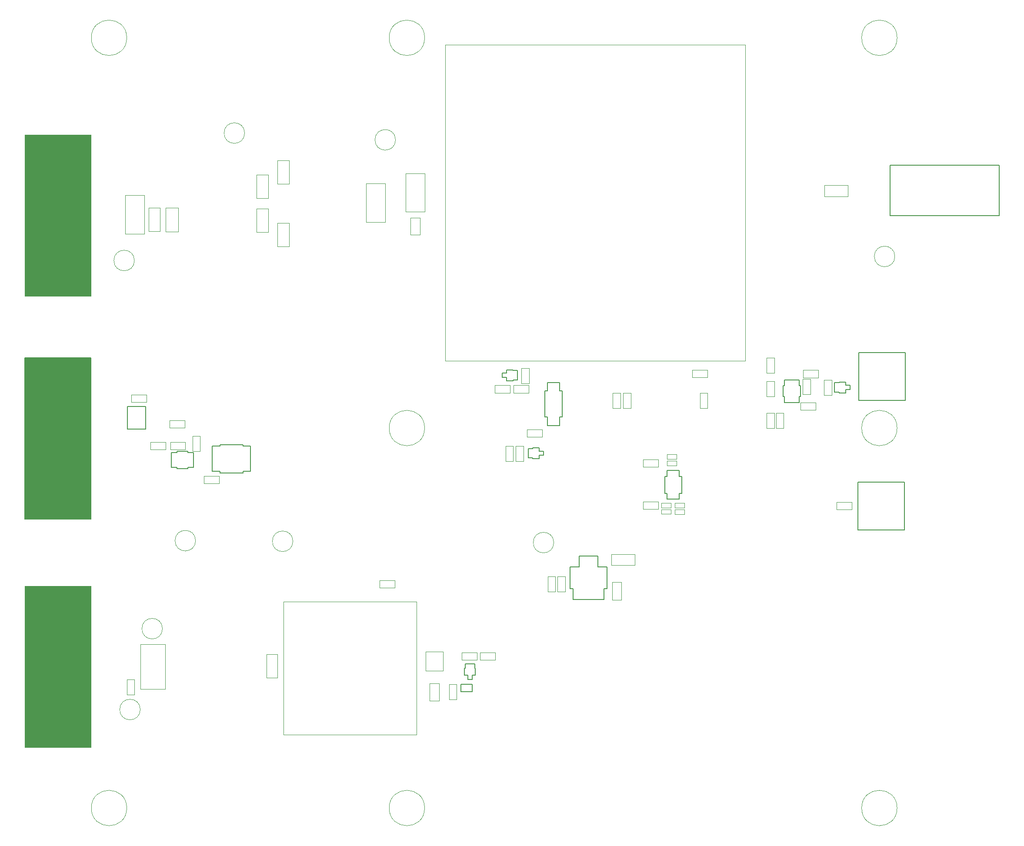
<source format=gbr>
%TF.GenerationSoftware,KiCad,Pcbnew,9.0.3*%
%TF.CreationDate,2025-09-16T14:49:37-04:00*%
%TF.ProjectId,9_TOF_PDU,395f544f-465f-4504-9455-2e6b69636164,rev?*%
%TF.SameCoordinates,Original*%
%TF.FileFunction,Other,User*%
%FSLAX46Y46*%
G04 Gerber Fmt 4.6, Leading zero omitted, Abs format (unit mm)*
G04 Created by KiCad (PCBNEW 9.0.3) date 2025-09-16 14:49:37*
%MOMM*%
%LPD*%
G01*
G04 APERTURE LIST*
%ADD10C,0.050000*%
%ADD11C,0.152400*%
%ADD12C,0.100000*%
%ADD13C,0.127000*%
G04 APERTURE END LIST*
D10*
%TO.C,C33*%
X262658000Y-135023500D02*
X265618000Y-135023500D01*
X262658000Y-136483500D02*
X262658000Y-135023500D01*
X265618000Y-135023500D02*
X265618000Y-136483500D01*
X265618000Y-136483500D02*
X262658000Y-136483500D01*
%TO.C,R7*%
X206758000Y-131688500D02*
X209718000Y-131688500D01*
X206758000Y-133148500D02*
X206758000Y-131688500D01*
X209718000Y-131688500D02*
X209718000Y-133148500D01*
X209718000Y-133148500D02*
X206758000Y-133148500D01*
%TO.C,H1*%
X131450000Y-64000000D02*
G75*
G02*
X124550000Y-64000000I-3450000J0D01*
G01*
X124550000Y-64000000D02*
G75*
G02*
X131450000Y-64000000I3450000J0D01*
G01*
%TO.C,C34*%
X226092000Y-133140000D02*
X227552000Y-133140000D01*
X226092000Y-136100000D02*
X226092000Y-133140000D01*
X227552000Y-133140000D02*
X227552000Y-136100000D01*
X227552000Y-136100000D02*
X226092000Y-136100000D01*
%TO.C,+3.3V1*%
X214598000Y-162306000D02*
G75*
G02*
X210598000Y-162306000I-2000000J0D01*
G01*
X210598000Y-162306000D02*
G75*
G02*
X214598000Y-162306000I2000000J0D01*
G01*
%TO.C,H3*%
X189450000Y-64000000D02*
G75*
G02*
X182550000Y-64000000I-3450000J0D01*
G01*
X182550000Y-64000000D02*
G75*
G02*
X189450000Y-64000000I3450000J0D01*
G01*
%TO.C,H2*%
X189450000Y-214000000D02*
G75*
G02*
X182550000Y-214000000I-3450000J0D01*
G01*
X182550000Y-214000000D02*
G75*
G02*
X189450000Y-214000000I3450000J0D01*
G01*
%TO.C,R6*%
X186688000Y-99026000D02*
X188588000Y-99026000D01*
X186688000Y-102386000D02*
X186688000Y-99026000D01*
X188588000Y-99026000D02*
X188588000Y-102386000D01*
X188588000Y-102386000D02*
X186688000Y-102386000D01*
%TO.C,R32*%
X263168001Y-128723500D02*
X266128001Y-128723500D01*
X263168001Y-130183500D02*
X263168001Y-128723500D01*
X266128001Y-128723500D02*
X266128001Y-130183500D01*
X266128001Y-130183500D02*
X263168001Y-130183500D01*
%TO.C,CY2*%
X156698000Y-90668500D02*
X158998000Y-90668500D01*
X156698000Y-95268500D02*
X156698000Y-90668500D01*
X158998000Y-90668500D02*
X158998000Y-95268500D01*
X158998000Y-95268500D02*
X156698000Y-95268500D01*
%TO.C,R35*%
X228124000Y-133140000D02*
X229584000Y-133140000D01*
X228124000Y-136100000D02*
X228124000Y-133140000D01*
X229584000Y-133140000D02*
X229584000Y-136100000D01*
X229584000Y-136100000D02*
X228124000Y-136100000D01*
%TO.C,C32*%
X236663100Y-145138500D02*
X238483100Y-145138500D01*
X236663100Y-146058500D02*
X236663100Y-145138500D01*
X238483100Y-145138500D02*
X238483100Y-146058500D01*
X238483100Y-146058500D02*
X236663100Y-146058500D01*
D11*
%TO.C,M4*%
X269278401Y-131184500D02*
X269278401Y-132992500D01*
X270134000Y-131034500D02*
X270134000Y-131184500D01*
X270134000Y-131034500D02*
X271442000Y-131034500D01*
X270134000Y-131184500D02*
X269278401Y-131184500D01*
X270134000Y-132992500D02*
X269278401Y-132992500D01*
X270134000Y-133142500D02*
X270134000Y-132992500D01*
X271442000Y-131034500D02*
X271442000Y-131684500D01*
X271442000Y-131684500D02*
X272297599Y-131684500D01*
X271442000Y-132492500D02*
X272297599Y-132492500D01*
X271442000Y-133142500D02*
X270134000Y-133142500D01*
X271442000Y-133142500D02*
X271442000Y-132492500D01*
X272297599Y-131684500D02*
X272297599Y-132492500D01*
D10*
%TO.C,+12V_{RTN}1*%
X154400000Y-82550000D02*
G75*
G02*
X150400000Y-82550000I-2000000J0D01*
G01*
X150400000Y-82550000D02*
G75*
G02*
X154400000Y-82550000I2000000J0D01*
G01*
%TO.C,C17*%
X180658000Y-169688500D02*
X183618000Y-169688500D01*
X180658000Y-171148500D02*
X180658000Y-169688500D01*
X183618000Y-169688500D02*
X183618000Y-171148500D01*
X183618000Y-171148500D02*
X180658000Y-171148500D01*
%TO.C,H6*%
X189450000Y-140000000D02*
G75*
G02*
X182550000Y-140000000I-3450000J0D01*
G01*
X182550000Y-140000000D02*
G75*
G02*
X189450000Y-140000000I3450000J0D01*
G01*
D11*
%TO.C,U4*%
X148109600Y-143530100D02*
X149570100Y-143530100D01*
X148109600Y-148406900D02*
X148109600Y-143530100D01*
X148109600Y-148406900D02*
X149570100Y-148406900D01*
X149570100Y-143212600D02*
X154065900Y-143212600D01*
X149570100Y-143530100D02*
X149570100Y-143212600D01*
X149570100Y-148724400D02*
X149570100Y-148406900D01*
X154065900Y-143212600D02*
X154065900Y-143530100D01*
X154065900Y-148406900D02*
X154065900Y-148724400D01*
X154065900Y-148724400D02*
X149570100Y-148724400D01*
X155526400Y-143530100D02*
X154065900Y-143530100D01*
X155526400Y-143530100D02*
X155526400Y-148406900D01*
X155526400Y-148406900D02*
X154065900Y-148406900D01*
D10*
%TO.C,C25*%
X225779000Y-164608500D02*
X230379000Y-164608500D01*
X225779000Y-166708500D02*
X225779000Y-164608500D01*
X230379000Y-164608500D02*
X230379000Y-166708500D01*
X230379000Y-166708500D02*
X225779000Y-166708500D01*
%TO.C,C22*%
X225998000Y-170048500D02*
X227758000Y-170048500D01*
X225998000Y-173448500D02*
X225998000Y-170048500D01*
X227758000Y-170048500D02*
X227758000Y-173448500D01*
X227758000Y-173448500D02*
X225998000Y-173448500D01*
D11*
%TO.C,U6*%
X131560000Y-135834100D02*
X135116000Y-135834100D01*
X131560000Y-140202900D02*
X131560000Y-135834100D01*
X135116000Y-135834100D02*
X135116000Y-140202900D01*
X135116000Y-140202900D02*
X131560000Y-140202900D01*
D10*
%TO.C,H4*%
X281450000Y-214000000D02*
G75*
G02*
X274550000Y-214000000I-3450000J0D01*
G01*
X274550000Y-214000000D02*
G75*
G02*
X281450000Y-214000000I3450000J0D01*
G01*
%TO.C,C13*%
X158658000Y-184073500D02*
X160758000Y-184073500D01*
X158658000Y-188673500D02*
X158658000Y-184073500D01*
X160758000Y-184073500D02*
X160758000Y-188673500D01*
X160758000Y-188673500D02*
X158658000Y-188673500D01*
%TO.C,C28*%
X235583100Y-155828500D02*
X237403100Y-155828500D01*
X235583100Y-156748500D02*
X235583100Y-155828500D01*
X237403100Y-155828500D02*
X237403100Y-156748500D01*
X237403100Y-156748500D02*
X235583100Y-156748500D01*
%TO.C,R14*%
X190388000Y-189738500D02*
X192288000Y-189738500D01*
X190388000Y-193098500D02*
X190388000Y-189738500D01*
X192288000Y-189738500D02*
X192288000Y-193098500D01*
X192288000Y-193098500D02*
X190388000Y-193098500D01*
%TO.C,R26*%
X236663100Y-146368500D02*
X238523100Y-146368500D01*
X236663100Y-147308500D02*
X236663100Y-146368500D01*
X238523100Y-146368500D02*
X238523100Y-147308500D01*
X238523100Y-147308500D02*
X236663100Y-147308500D01*
D11*
%TO.C,U3*%
X140104400Y-144815899D02*
X141211200Y-144815899D01*
X140104400Y-147681099D02*
X140104400Y-144815899D01*
X140104400Y-147681099D02*
X141211200Y-147681099D01*
X141211200Y-144546699D02*
X143344800Y-144546699D01*
X141211200Y-144815899D02*
X141211200Y-144546699D01*
X141211200Y-147950299D02*
X141211200Y-147681099D01*
X143344800Y-144546699D02*
X143344800Y-144815899D01*
X143344800Y-147681099D02*
X143344800Y-147950299D01*
X143344800Y-147950299D02*
X141211200Y-147950299D01*
X144451600Y-144815899D02*
X143344800Y-144815899D01*
X144451600Y-144815899D02*
X144451600Y-147681099D01*
X144451600Y-147681099D02*
X143344800Y-147681099D01*
D10*
%TO.C,R20*%
X139758000Y-138488500D02*
X142718000Y-138488500D01*
X139758000Y-139948500D02*
X139758000Y-138488500D01*
X142718000Y-138488500D02*
X142718000Y-139948500D01*
X142718000Y-139948500D02*
X139758000Y-139948500D01*
%TO.C,D1*%
X189638000Y-183558500D02*
X189638000Y-187278500D01*
X189638000Y-187278500D02*
X193038000Y-187278500D01*
X193038000Y-183558500D02*
X189638000Y-183558500D01*
X193038000Y-187278500D02*
X193038000Y-183558500D01*
%TO.C,C31*%
X238193100Y-154598500D02*
X240013100Y-154598500D01*
X238193100Y-155518500D02*
X238193100Y-154598500D01*
X240013100Y-154598500D02*
X240013100Y-155518500D01*
X240013100Y-155518500D02*
X238193100Y-155518500D01*
%TO.C,V_TELEM_{RTN}1*%
X138398000Y-179070000D02*
G75*
G02*
X134398000Y-179070000I-2000000J0D01*
G01*
X134398000Y-179070000D02*
G75*
G02*
X138398000Y-179070000I2000000J0D01*
G01*
D11*
%TO.C,P1*%
X273841000Y-150506001D02*
X273841000Y-159813999D01*
X273841000Y-159813999D02*
X282899000Y-159813999D01*
X282899000Y-150506001D02*
X273841000Y-150506001D01*
X282899000Y-159813999D02*
X282899000Y-150506001D01*
D10*
%TO.C,V_{EN}1*%
X183780000Y-83870000D02*
G75*
G02*
X179780000Y-83870000I-2000000J0D01*
G01*
X179780000Y-83870000D02*
G75*
G02*
X183780000Y-83870000I2000000J0D01*
G01*
%TO.C,V_TELEM_IN1*%
X134080000Y-194818000D02*
G75*
G02*
X130080000Y-194818000I-2000000J0D01*
G01*
X130080000Y-194818000D02*
G75*
G02*
X134080000Y-194818000I2000000J0D01*
G01*
%TO.C,R11*%
X196705000Y-183700000D02*
X199665000Y-183700000D01*
X196705000Y-185160000D02*
X196705000Y-183700000D01*
X199665000Y-183700000D02*
X199665000Y-185160000D01*
X199665000Y-185160000D02*
X196705000Y-185160000D01*
%TO.C,R17*%
X136098000Y-142738499D02*
X139058000Y-142738499D01*
X136098000Y-144198499D02*
X136098000Y-142738499D01*
X139058000Y-142738499D02*
X139058000Y-144198499D01*
X139058000Y-144198499D02*
X136098000Y-144198499D01*
%TO.C,R2*%
X135718000Y-97138500D02*
X137958000Y-97138500D01*
X135718000Y-101698500D02*
X135718000Y-97138500D01*
X137958000Y-97138500D02*
X137958000Y-101698500D01*
X137958000Y-101698500D02*
X135718000Y-101698500D01*
%TO.C,R30*%
X256078000Y-130853500D02*
X257538000Y-130853500D01*
X256078000Y-133813500D02*
X256078000Y-130853500D01*
X257538000Y-130853500D02*
X257538000Y-133813500D01*
X257538000Y-133813500D02*
X256078000Y-133813500D01*
D12*
%TO.C,J2*%
X124500000Y-202173500D02*
X111580000Y-202173500D01*
X111580000Y-170773500D01*
X124500000Y-170773500D01*
X124500000Y-202173500D01*
G36*
X124500000Y-202173500D02*
G01*
X111580000Y-202173500D01*
X111580000Y-170773500D01*
X124500000Y-170773500D01*
X124500000Y-202173500D01*
G37*
D10*
%TO.C,R19*%
X267313000Y-92698500D02*
X271873000Y-92698500D01*
X267313000Y-94938500D02*
X267313000Y-92698500D01*
X271873000Y-92698500D02*
X271873000Y-94938500D01*
X271873000Y-94938500D02*
X267313000Y-94938500D01*
%TO.C,C3*%
X185795500Y-90401000D02*
X189495500Y-90401000D01*
X185795500Y-97901000D02*
X185795500Y-90401000D01*
X189495500Y-90401000D02*
X189495500Y-97901000D01*
X189495500Y-97901000D02*
X185795500Y-97901000D01*
%TO.C,R10*%
X200205000Y-183700000D02*
X203165000Y-183700000D01*
X200205000Y-185160000D02*
X200205000Y-183700000D01*
X203165000Y-183700000D02*
X203165000Y-185160000D01*
X203165000Y-185160000D02*
X200205000Y-185160000D01*
%TO.C,H7*%
X131450000Y-214000000D02*
G75*
G02*
X124550000Y-214000000I-3450000J0D01*
G01*
X124550000Y-214000000D02*
G75*
G02*
X131450000Y-214000000I3450000J0D01*
G01*
%TO.C,R24*%
X235563100Y-154618500D02*
X237423100Y-154618500D01*
X235563100Y-155558500D02*
X235563100Y-154618500D01*
X237423100Y-154618500D02*
X237423100Y-155558500D01*
X237423100Y-155558500D02*
X235563100Y-155558500D01*
%TO.C,F2*%
X131478000Y-188993500D02*
X132938000Y-188993500D01*
X131478000Y-191953500D02*
X131478000Y-188993500D01*
X132938000Y-188993500D02*
X132938000Y-191953500D01*
X132938000Y-191953500D02*
X131478000Y-191953500D01*
%TO.C,CY3*%
X160762000Y-100066500D02*
X163062000Y-100066500D01*
X160762000Y-104666500D02*
X160762000Y-100066500D01*
X163062000Y-100066500D02*
X163062000Y-104666500D01*
X163062000Y-104666500D02*
X160762000Y-104666500D01*
%TO.C,R4*%
X207208000Y-143538499D02*
X208668000Y-143538499D01*
X207208000Y-146498499D02*
X207208000Y-143538499D01*
X208668000Y-143538499D02*
X208668000Y-146498499D01*
X208668000Y-146498499D02*
X207208000Y-146498499D01*
%TO.C,R21*%
X257890000Y-137090000D02*
X259350000Y-137090000D01*
X257890000Y-140050000D02*
X257890000Y-137090000D01*
X259350000Y-137090000D02*
X259350000Y-140050000D01*
X259350000Y-140050000D02*
X257890000Y-140050000D01*
D13*
%TO.C,J3*%
X124500000Y-157700000D02*
X111580000Y-157700000D01*
X111580000Y-126300000D01*
X124500000Y-126300000D01*
X124500000Y-157700000D01*
G36*
X124500000Y-157700000D02*
G01*
X111580000Y-157700000D01*
X111580000Y-126300000D01*
X124500000Y-126300000D01*
X124500000Y-157700000D01*
G37*
D10*
%TO.C,R16*%
X146498000Y-149318500D02*
X149458000Y-149318500D01*
X146498000Y-150778500D02*
X146498000Y-149318500D01*
X149458000Y-149318500D02*
X149458000Y-150778500D01*
X149458000Y-150778500D02*
X146498000Y-150778500D01*
%TO.C,R5*%
X209358000Y-140288500D02*
X212318000Y-140288500D01*
X209358000Y-141748500D02*
X209358000Y-140288500D01*
X212318000Y-140288500D02*
X212318000Y-141748500D01*
X212318000Y-141748500D02*
X209358000Y-141748500D01*
%TO.C,SEC_{RTN}1*%
X281010000Y-106580000D02*
G75*
G02*
X277010000Y-106580000I-2000000J0D01*
G01*
X277010000Y-106580000D02*
G75*
G02*
X281010000Y-106580000I2000000J0D01*
G01*
%TO.C,C2*%
X178096000Y-92370000D02*
X181796000Y-92370000D01*
X178096000Y-99870000D02*
X178096000Y-92370000D01*
X181796000Y-92370000D02*
X181796000Y-99870000D01*
X181796000Y-99870000D02*
X178096000Y-99870000D01*
%TO.C,R12*%
X194208000Y-189938500D02*
X195668000Y-189938500D01*
X194208000Y-192898500D02*
X194208000Y-189938500D01*
X195668000Y-189938500D02*
X195668000Y-192898500D01*
X195668000Y-192898500D02*
X194208000Y-192898500D01*
%TO.C,C24*%
X132358000Y-133488500D02*
X135318000Y-133488500D01*
X132358000Y-134948500D02*
X132358000Y-133488500D01*
X135318000Y-133488500D02*
X135318000Y-134948500D01*
X135318000Y-134948500D02*
X132358000Y-134948500D01*
%TO.C,CY1*%
X160762000Y-87874500D02*
X163062000Y-87874500D01*
X160762000Y-92474500D02*
X160762000Y-87874500D01*
X163062000Y-87874500D02*
X163062000Y-92474500D01*
X163062000Y-92474500D02*
X160762000Y-92474500D01*
D11*
%TO.C,U5*%
X217771200Y-167040300D02*
X219549200Y-167040300D01*
X217771200Y-171256700D02*
X217771200Y-167040300D01*
X218393500Y-171256700D02*
X217771200Y-171256700D01*
X218393500Y-173403000D02*
X218393500Y-171256700D01*
X219549200Y-164894000D02*
X223206800Y-164894000D01*
X219549200Y-167040300D02*
X219549200Y-164894000D01*
X223206800Y-164894000D02*
X223206800Y-167040300D01*
X223206800Y-167040300D02*
X224984800Y-167040300D01*
X224362500Y-171256700D02*
X224362500Y-173403000D01*
X224362500Y-173403000D02*
X218393500Y-173403000D01*
X224984800Y-167040300D02*
X224984800Y-171256700D01*
X224984800Y-171256700D02*
X224362500Y-171256700D01*
D10*
%TO.C,C8*%
X241558000Y-128688500D02*
X244518000Y-128688500D01*
X241558000Y-130148500D02*
X241558000Y-128688500D01*
X244518000Y-128688500D02*
X244518000Y-130148500D01*
X244518000Y-130148500D02*
X241558000Y-130148500D01*
%TO.C,V_TELEM_{5V}1*%
X144850000Y-161930000D02*
G75*
G02*
X140850000Y-161930000I-2000000J0D01*
G01*
X140850000Y-161930000D02*
G75*
G02*
X144850000Y-161930000I2000000J0D01*
G01*
%TO.C,R18*%
X215348000Y-168868500D02*
X216808000Y-168868500D01*
X215348000Y-171828500D02*
X215348000Y-168868500D01*
X216808000Y-168868500D02*
X216808000Y-171828500D01*
X216808000Y-171828500D02*
X215348000Y-171828500D01*
%TO.C,R34*%
X269670000Y-154389799D02*
X272630000Y-154389799D01*
X269670000Y-155849799D02*
X269670000Y-154389799D01*
X272630000Y-154389799D02*
X272630000Y-155849799D01*
X272630000Y-155849799D02*
X269670000Y-155849799D01*
%TO.C,R33*%
X267248000Y-130678500D02*
X268708000Y-130678500D01*
X267248000Y-133638500D02*
X267248000Y-130678500D01*
X268708000Y-130678500D02*
X268708000Y-133638500D01*
X268708000Y-133638500D02*
X267248000Y-133638500D01*
D11*
%TO.C,U8*%
X236187000Y-149407500D02*
X236622100Y-149407500D01*
X236187000Y-152709500D02*
X236187000Y-149407500D01*
X236622100Y-148277200D02*
X236622100Y-149407500D01*
X236622100Y-148277200D02*
X239053900Y-148277200D01*
X236622100Y-152709500D02*
X236187000Y-152709500D01*
X236622100Y-153839800D02*
X236622100Y-152709500D01*
X239053900Y-148277200D02*
X239053900Y-149407500D01*
X239053900Y-149407500D02*
X239489000Y-149407500D01*
X239053900Y-153839800D02*
X236622100Y-153839800D01*
X239053900Y-153839800D02*
X239053900Y-152709500D01*
X239489000Y-149407500D02*
X239489000Y-152709500D01*
X239489000Y-152709500D02*
X239053900Y-152709500D01*
D10*
%TO.C,C23*%
X213448000Y-168868500D02*
X214908000Y-168868500D01*
X213448000Y-171828500D02*
X213448000Y-168868500D01*
X214908000Y-168868500D02*
X214908000Y-171828500D01*
X214908000Y-171828500D02*
X213448000Y-171828500D01*
D12*
%TO.C,J1*%
X124500000Y-114318500D02*
X111580000Y-114318500D01*
X111580000Y-82918500D01*
X124500000Y-82918500D01*
X124500000Y-114318500D01*
G36*
X124500000Y-114318500D02*
G01*
X111580000Y-114318500D01*
X111580000Y-82918500D01*
X124500000Y-82918500D01*
X124500000Y-114318500D01*
G37*
D10*
%TO.C,R22*%
X256070000Y-137100000D02*
X257530000Y-137100000D01*
X256070000Y-140060000D02*
X256070000Y-137100000D01*
X257530000Y-137100000D02*
X257530000Y-140060000D01*
X257530000Y-140060000D02*
X256070000Y-140060000D01*
%TO.C,R9*%
X208308000Y-128338500D02*
X209768000Y-128338500D01*
X208308000Y-131298500D02*
X208308000Y-128338500D01*
X209768000Y-128338500D02*
X209768000Y-131298500D01*
X209768000Y-131298500D02*
X208308000Y-131298500D01*
%TO.C,R27*%
X231953100Y-154358500D02*
X234913100Y-154358500D01*
X231953100Y-155818500D02*
X231953100Y-154358500D01*
X234913100Y-154358500D02*
X234913100Y-155818500D01*
X234913100Y-155818500D02*
X231953100Y-155818500D01*
%TO.C,C12*%
X134108000Y-182073500D02*
X138908000Y-182073500D01*
X134108000Y-190873500D02*
X134108000Y-182073500D01*
X138908000Y-182073500D02*
X138908000Y-190873500D01*
X138908000Y-190873500D02*
X134108000Y-190873500D01*
%TO.C,R28*%
X231973100Y-146108500D02*
X234933100Y-146108500D01*
X231973100Y-147568500D02*
X231973100Y-146108500D01*
X234933100Y-146108500D02*
X234933100Y-147568500D01*
X234933100Y-147568500D02*
X231973100Y-147568500D01*
D11*
%TO.C,P_OUT1*%
X280107569Y-88846300D02*
X301322432Y-88846300D01*
X280107569Y-98650700D02*
X280107569Y-88846300D01*
X301322432Y-88846300D02*
X301322432Y-98650700D01*
X301322432Y-98650700D02*
X280107569Y-98650700D01*
D10*
%TO.C,+12V1*%
X132940000Y-107370000D02*
G75*
G02*
X128940000Y-107370000I-2000000J0D01*
G01*
X128940000Y-107370000D02*
G75*
G02*
X132940000Y-107370000I2000000J0D01*
G01*
D11*
%TO.C,P2*%
X273971000Y-125296202D02*
X273971000Y-134604200D01*
X273971000Y-134604200D02*
X283029000Y-134604200D01*
X283029000Y-125296202D02*
X273971000Y-125296202D01*
X283029000Y-134604200D02*
X283029000Y-125296202D01*
%TO.C,Q1*%
X212836200Y-132765800D02*
X213369600Y-132765800D01*
X212836200Y-137871200D02*
X212836200Y-132765800D01*
X213369600Y-131114800D02*
X213369600Y-132765800D01*
X213369600Y-131114800D02*
X215706400Y-131114800D01*
X213369600Y-137871200D02*
X212836200Y-137871200D01*
X213369600Y-139522200D02*
X213369600Y-137871200D01*
X215706400Y-131114800D02*
X215706400Y-132765800D01*
X215706400Y-132765800D02*
X216239800Y-132765800D01*
X215706400Y-139522200D02*
X213369600Y-139522200D01*
X215706400Y-139522200D02*
X215706400Y-137871200D01*
X216239800Y-132765800D02*
X216239800Y-137871200D01*
X216239800Y-137871200D02*
X215706400Y-137871200D01*
D10*
%TO.C,C21*%
X144248000Y-141528500D02*
X145708000Y-141528500D01*
X144248000Y-144488500D02*
X144248000Y-141528500D01*
X145708000Y-141528500D02*
X145708000Y-144488500D01*
X145708000Y-144488500D02*
X144248000Y-144488500D01*
D11*
%TO.C,M1*%
X209603401Y-144014499D02*
X209603401Y-145822499D01*
X210459000Y-143864499D02*
X210459000Y-144014499D01*
X210459000Y-143864499D02*
X211767000Y-143864499D01*
X210459000Y-144014499D02*
X209603401Y-144014499D01*
X210459000Y-145822499D02*
X209603401Y-145822499D01*
X210459000Y-145972499D02*
X210459000Y-145822499D01*
X211767000Y-143864499D02*
X211767000Y-144514499D01*
X211767000Y-144514499D02*
X212622599Y-144514499D01*
X211767000Y-145322499D02*
X212622599Y-145322499D01*
X211767000Y-145972499D02*
X210459000Y-145972499D01*
X211767000Y-145972499D02*
X211767000Y-145322499D01*
X212622599Y-144514499D02*
X212622599Y-145322499D01*
D10*
%TO.C,H8*%
X281450000Y-140000000D02*
G75*
G02*
X274550000Y-140000000I-3450000J0D01*
G01*
X274550000Y-140000000D02*
G75*
G02*
X281450000Y-140000000I3450000J0D01*
G01*
%TO.C,R8*%
X203158000Y-131688500D02*
X206118000Y-131688500D01*
X203158000Y-133148500D02*
X203158000Y-131688500D01*
X206118000Y-131688500D02*
X206118000Y-133148500D01*
X206118000Y-133148500D02*
X203158000Y-133148500D01*
D11*
%TO.C,M2*%
X204528401Y-130122500D02*
X204528401Y-129314500D01*
X205384000Y-128664500D02*
X205384000Y-129314500D01*
X205384000Y-128664500D02*
X206692000Y-128664500D01*
X205384000Y-129314500D02*
X204528401Y-129314500D01*
X205384000Y-130122500D02*
X204528401Y-130122500D01*
X205384000Y-130772500D02*
X205384000Y-130122500D01*
X206692000Y-128664500D02*
X206692000Y-128814500D01*
X206692000Y-128814500D02*
X207547599Y-128814500D01*
X206692000Y-130622500D02*
X207547599Y-130622500D01*
X206692000Y-130772500D02*
X205384000Y-130772500D01*
X206692000Y-130772500D02*
X206692000Y-130622500D01*
X207547599Y-130622500D02*
X207547599Y-128814500D01*
D10*
%TO.C,H5*%
X281450000Y-64000000D02*
G75*
G02*
X274550000Y-64000000I-3450000J0D01*
G01*
X274550000Y-64000000D02*
G75*
G02*
X281450000Y-64000000I3450000J0D01*
G01*
%TO.C,U1*%
X193497500Y-65370000D02*
X251897500Y-65370000D01*
X193497500Y-126870000D02*
X193497500Y-65370000D01*
X251897500Y-65370000D02*
X251897500Y-126870000D01*
X251897500Y-126870000D02*
X193497500Y-126870000D01*
%TO.C,F1*%
X139018000Y-97108500D02*
X141458000Y-97108500D01*
X139018000Y-101728500D02*
X139018000Y-97108500D01*
X141458000Y-97108500D02*
X141458000Y-101728500D01*
X141458000Y-101728500D02*
X139018000Y-101728500D01*
D11*
%TO.C,M3*%
X197231000Y-186776000D02*
X197381000Y-186776000D01*
X197231000Y-188084000D02*
X197231000Y-186776000D01*
X197231000Y-188084000D02*
X197881000Y-188084000D01*
X197381000Y-186776000D02*
X197381000Y-185920401D01*
X197881000Y-188084000D02*
X197881000Y-188939599D01*
X198689000Y-188084000D02*
X198689000Y-188939599D01*
X198689000Y-188939599D02*
X197881000Y-188939599D01*
X199189000Y-185920401D02*
X197381000Y-185920401D01*
X199189000Y-186776000D02*
X199189000Y-185920401D01*
X199339000Y-186776000D02*
X199189000Y-186776000D01*
X199339000Y-186776000D02*
X199339000Y-188084000D01*
X199339000Y-188084000D02*
X198689000Y-188084000D01*
%TO.C,LED1*%
X196533100Y-189920000D02*
X198742900Y-189920000D01*
X196533100Y-190008900D02*
X196533100Y-189920000D01*
X196533100Y-190008900D02*
X196533100Y-190008900D01*
X196533100Y-191228100D02*
X196533100Y-190008900D01*
X196533100Y-191228100D02*
X196533100Y-191228100D01*
X196533100Y-191317000D02*
X196533100Y-191228100D01*
X198742900Y-189920000D02*
X198742900Y-190008900D01*
X198742900Y-190008900D02*
X198742900Y-190008900D01*
X198742900Y-190008900D02*
X198742900Y-191228100D01*
X198742900Y-191228100D02*
X198742900Y-191228100D01*
X198742900Y-191228100D02*
X198742900Y-191317000D01*
X198742900Y-191317000D02*
X196533100Y-191317000D01*
D10*
%TO.C,CY4*%
X156698000Y-97272500D02*
X158998000Y-97272500D01*
X156698000Y-101872500D02*
X156698000Y-97272500D01*
X158998000Y-97272500D02*
X158998000Y-101872500D01*
X158998000Y-101872500D02*
X156698000Y-101872500D01*
%TO.C,R1*%
X243050000Y-133140000D02*
X244510000Y-133140000D01*
X243050000Y-136100000D02*
X243050000Y-133140000D01*
X244510000Y-133140000D02*
X244510000Y-136100000D01*
X244510000Y-136100000D02*
X243050000Y-136100000D01*
%TO.C,C30*%
X238193100Y-155898500D02*
X240013100Y-155898500D01*
X238193100Y-156818500D02*
X238193100Y-155898500D01*
X240013100Y-155898500D02*
X240013100Y-156818500D01*
X240013100Y-156818500D02*
X238193100Y-156818500D01*
%TO.C,R15*%
X139918000Y-142738499D02*
X142878000Y-142738499D01*
X139918000Y-144198499D02*
X139918000Y-142738499D01*
X142878000Y-142738499D02*
X142878000Y-144198499D01*
X142878000Y-144198499D02*
X139918000Y-144198499D01*
%TO.C,R29*%
X256058000Y-126353500D02*
X257518000Y-126353500D01*
X256058000Y-129313500D02*
X256058000Y-126353500D01*
X257518000Y-126353500D02*
X257518000Y-129313500D01*
X257518000Y-129313500D02*
X256058000Y-129313500D01*
D11*
%TO.C,U9*%
X259236200Y-131756700D02*
X259505400Y-131756700D01*
X259236200Y-133890300D02*
X259236200Y-131756700D01*
X259505400Y-130649900D02*
X259505400Y-131756700D01*
X259505400Y-130649900D02*
X262370600Y-130649900D01*
X259505400Y-133890300D02*
X259236200Y-133890300D01*
X259505400Y-134997100D02*
X259505400Y-133890300D01*
X262370600Y-130649900D02*
X262370600Y-131756700D01*
X262370600Y-131756700D02*
X262639800Y-131756700D01*
X262370600Y-134997100D02*
X259505400Y-134997100D01*
X262370600Y-134997100D02*
X262370600Y-133890300D01*
X262639800Y-131756700D02*
X262639800Y-133890300D01*
X262639800Y-133890300D02*
X262370600Y-133890300D01*
D10*
%TO.C,C1*%
X131178000Y-94668500D02*
X134878000Y-94668500D01*
X131178000Y-102168500D02*
X131178000Y-94668500D01*
X134878000Y-94668500D02*
X134878000Y-102168500D01*
X134878000Y-102168500D02*
X131178000Y-102168500D01*
%TO.C,R31*%
X263098000Y-130483500D02*
X264558000Y-130483500D01*
X263098000Y-133443500D02*
X263098000Y-130483500D01*
X264558000Y-130483500D02*
X264558000Y-133443500D01*
X264558000Y-133443500D02*
X263098000Y-133443500D01*
%TO.C,R3*%
X205208000Y-143538499D02*
X206668000Y-143538499D01*
X205208000Y-146498499D02*
X205208000Y-143538499D01*
X206668000Y-143538499D02*
X206668000Y-146498499D01*
X206668000Y-146498499D02*
X205208000Y-146498499D01*
%TO.C,TELEM_{RTN}1*%
X163798000Y-162052000D02*
G75*
G02*
X159798000Y-162052000I-2000000J0D01*
G01*
X159798000Y-162052000D02*
G75*
G02*
X163798000Y-162052000I2000000J0D01*
G01*
%TO.C,U2*%
X161955500Y-173823500D02*
X187855500Y-173823500D01*
X161955500Y-199723500D02*
X161955500Y-173823500D01*
X187855500Y-173823500D02*
X187855500Y-199723500D01*
X187855500Y-199723500D02*
X161955500Y-199723500D01*
%TD*%
M02*

</source>
